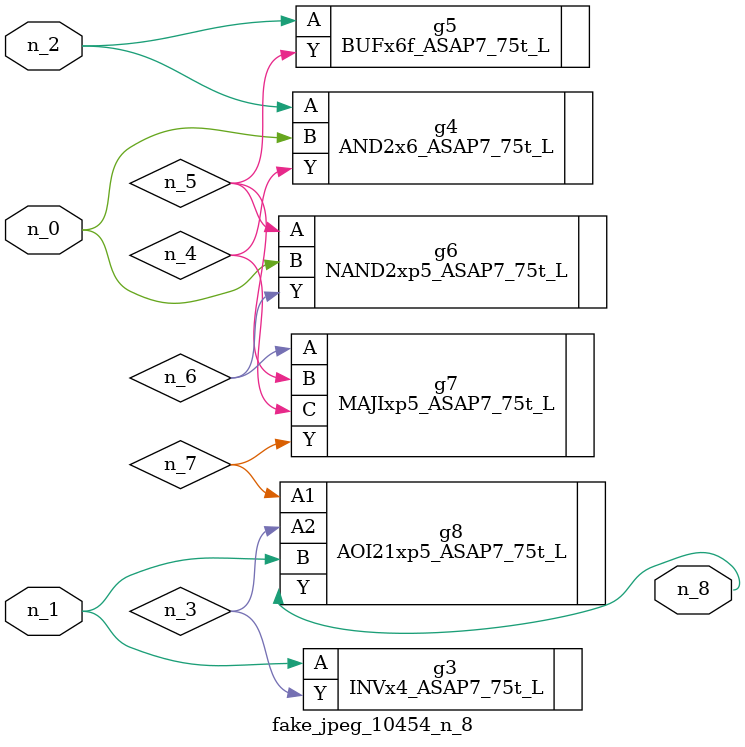
<source format=v>
module fake_jpeg_10454_n_8 (n_0, n_2, n_1, n_8);

input n_0;
input n_2;
input n_1;

output n_8;

wire n_3;
wire n_4;
wire n_6;
wire n_5;
wire n_7;

INVx4_ASAP7_75t_L g3 ( 
.A(n_1),
.Y(n_3)
);

AND2x6_ASAP7_75t_L g4 ( 
.A(n_2),
.B(n_0),
.Y(n_4)
);

BUFx6f_ASAP7_75t_L g5 ( 
.A(n_2),
.Y(n_5)
);

NAND2xp5_ASAP7_75t_L g6 ( 
.A(n_5),
.B(n_0),
.Y(n_6)
);

MAJIxp5_ASAP7_75t_L g7 ( 
.A(n_6),
.B(n_5),
.C(n_4),
.Y(n_7)
);

AOI21xp5_ASAP7_75t_L g8 ( 
.A1(n_7),
.A2(n_3),
.B(n_1),
.Y(n_8)
);


endmodule
</source>
